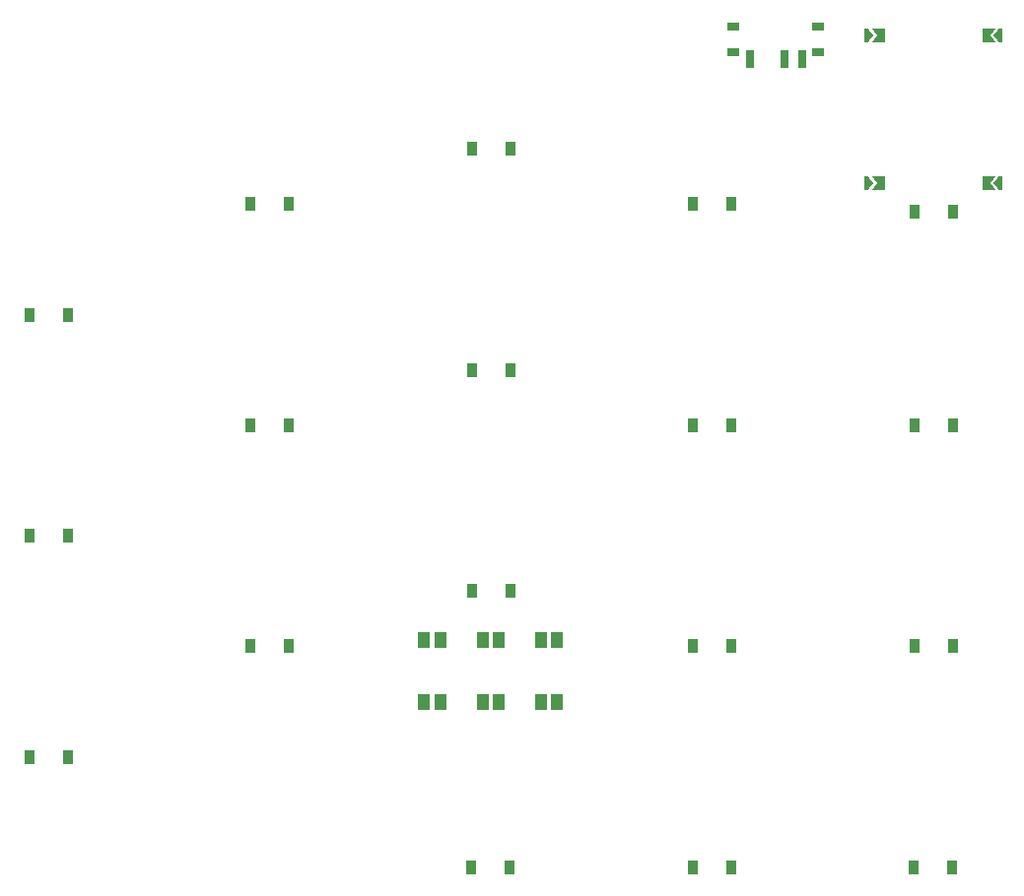
<source format=gbr>
%TF.GenerationSoftware,KiCad,Pcbnew,9.0.4*%
%TF.CreationDate,2025-08-20T23:04:38+02:00*%
%TF.ProjectId,PlusMinus38,506c7573-4d69-46e7-9573-33382e6b6963,v1.0.0*%
%TF.SameCoordinates,Original*%
%TF.FileFunction,Paste,Bot*%
%TF.FilePolarity,Positive*%
%FSLAX46Y46*%
G04 Gerber Fmt 4.6, Leading zero omitted, Abs format (unit mm)*
G04 Created by KiCad (PCBNEW 9.0.4) date 2025-08-20 23:04:38*
%MOMM*%
%LPD*%
G01*
G04 APERTURE LIST*
G04 Aperture macros list*
%AMFreePoly0*
4,1,6,0.250000,0.000000,-0.250000,-0.625000,-0.500000,-0.625000,-0.500000,0.625000,-0.250000,0.625000,0.250000,0.000000,0.250000,0.000000,$1*%
%AMFreePoly1*
4,1,6,0.500000,-0.625000,-0.650000,-0.625000,-0.150000,0.000000,-0.650000,0.625000,0.500000,0.625000,0.500000,-0.625000,0.500000,-0.625000,$1*%
G04 Aperture macros list end*
%ADD10R,0.700000X1.500000*%
%ADD11R,1.000000X0.800000*%
%ADD12R,0.900000X1.200000*%
%ADD13FreePoly0,180.000000*%
%ADD14FreePoly1,180.000000*%
%ADD15R,1.000000X1.400000*%
%ADD16FreePoly1,0.000000*%
%ADD17FreePoly0,0.000000*%
G04 APERTURE END LIST*
D10*
%TO.C,PWR1*%
X114054000Y-44696000D03*
X112554000Y-44696000D03*
X109554000Y-44696000D03*
D11*
X115454000Y-41836000D03*
X108154000Y-41836000D03*
X115454000Y-44046000D03*
X108154000Y-44046000D03*
%TD*%
D12*
%TO.C,D9*%
X85690000Y-52380000D03*
X88990000Y-52380000D03*
%TD*%
%TO.C,D6*%
X66690000Y-57142500D03*
X69990000Y-57142500D03*
%TD*%
%TO.C,D17*%
X104640000Y-114192500D03*
X107940000Y-114192500D03*
%TD*%
%TO.C,D13*%
X123690000Y-95142500D03*
X126990000Y-95142500D03*
%TD*%
%TO.C,D18*%
X123640000Y-114192500D03*
X126940000Y-114192500D03*
%TD*%
%TO.C,D12*%
X104690000Y-57142500D03*
X107990000Y-57142500D03*
%TD*%
%TO.C,D2*%
X47690000Y-85667500D03*
X50990000Y-85667500D03*
%TD*%
%TO.C,D16*%
X85640000Y-114192500D03*
X88940000Y-114192500D03*
%TD*%
%TO.C,D7*%
X85690000Y-90380000D03*
X88990000Y-90380000D03*
%TD*%
%TO.C,D4*%
X66690000Y-95142500D03*
X69990000Y-95142500D03*
%TD*%
%TO.C,D14*%
X123690000Y-76142500D03*
X126990000Y-76142500D03*
%TD*%
%TO.C,D3*%
X47690000Y-66667500D03*
X50990000Y-66667500D03*
%TD*%
%TO.C,D15*%
X123690000Y-57807500D03*
X126990000Y-57807500D03*
%TD*%
%TO.C,D10*%
X104690000Y-95142500D03*
X107990000Y-95142500D03*
%TD*%
%TO.C,D11*%
X104690000Y-76142500D03*
X107990000Y-76142500D03*
%TD*%
%TO.C,D1*%
X47690000Y-104667500D03*
X50990000Y-104667500D03*
%TD*%
%TO.C,D8*%
X85690000Y-71380000D03*
X88990000Y-71380000D03*
%TD*%
%TO.C,D5*%
X66690000Y-76142500D03*
X69990000Y-76142500D03*
%TD*%
D13*
%TO.C,*%
X130780000Y-55367500D03*
%TD*%
D14*
%TO.C,*%
X130055000Y-55367500D03*
%TD*%
D15*
%TO.C,LED1*%
X81590000Y-99986250D03*
X82990000Y-99986250D03*
X82990000Y-94586250D03*
X81590000Y-94586250D03*
%TD*%
D16*
%TO.C,*%
X120625000Y-42642500D03*
%TD*%
D15*
%TO.C,LED1*%
X86590000Y-99986250D03*
X87990000Y-99986250D03*
X87990000Y-94586250D03*
X86590000Y-94586250D03*
%TD*%
D16*
%TO.C,*%
X120625000Y-55367500D03*
%TD*%
D15*
%TO.C,LED1*%
X91590000Y-99986250D03*
X92990000Y-99986250D03*
X92990000Y-94586250D03*
X91590000Y-94586250D03*
%TD*%
D17*
%TO.C,*%
X119900000Y-55367500D03*
%TD*%
D13*
%TO.C,*%
X130780000Y-42642500D03*
%TD*%
D14*
%TO.C,*%
X130055000Y-42642500D03*
%TD*%
D17*
%TO.C,*%
X119900000Y-42642500D03*
%TD*%
M02*

</source>
